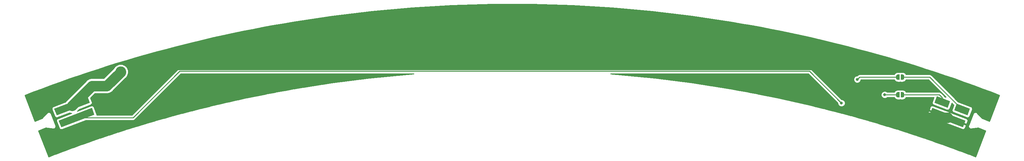
<source format=gbr>
G04 #@! TF.GenerationSoftware,KiCad,Pcbnew,(5.0.1)-4*
G04 #@! TF.CreationDate,2018-11-24T23:16:14-05:00*
G04 #@! TF.ProjectId,strutB,7374727574422E6B696361645F706362,rev?*
G04 #@! TF.SameCoordinates,Original*
G04 #@! TF.FileFunction,Copper,L1,Top,Signal*
G04 #@! TF.FilePolarity,Positive*
%FSLAX46Y46*%
G04 Gerber Fmt 4.6, Leading zero omitted, Abs format (unit mm)*
G04 Created by KiCad (PCBNEW (5.0.1)-4) date 2018-11-24 11:16:14 PM*
%MOMM*%
%LPD*%
G01*
G04 APERTURE LIST*
G04 #@! TA.AperFunction,SMDPad,CuDef*
%ADD10C,2.000000*%
G04 #@! TD*
G04 #@! TA.AperFunction,Conductor*
%ADD11C,0.100000*%
G04 #@! TD*
G04 #@! TA.AperFunction,SMDPad,CuDef*
%ADD12C,0.500000*%
G04 #@! TD*
G04 #@! TA.AperFunction,ViaPad*
%ADD13C,0.800000*%
G04 #@! TD*
G04 #@! TA.AperFunction,ViaPad*
%ADD14C,3.000000*%
G04 #@! TD*
G04 #@! TA.AperFunction,Conductor*
%ADD15C,0.250000*%
G04 #@! TD*
G04 #@! TA.AperFunction,Conductor*
%ADD16C,3.000000*%
G04 #@! TD*
G04 #@! TA.AperFunction,Conductor*
%ADD17C,0.254000*%
G04 #@! TD*
G04 APERTURE END LIST*
D10*
G04 #@! TO.P,J1,2*
G04 #@! TO.N,/Clock*
X87273526Y-151468070D03*
D11*
G04 #@! TD*
G04 #@! TO.N,/Clock*
G04 #@! TO.C,J1*
G36*
X92300692Y-150615075D02*
X82961140Y-154188976D01*
X82246360Y-152321065D01*
X91585912Y-148747164D01*
X92300692Y-150615075D01*
X92300692Y-150615075D01*
G37*
D10*
G04 #@! TO.P,J1,1*
G04 #@! TO.N,+5V*
X85986922Y-148105831D03*
D11*
G04 #@! TD*
G04 #@! TO.N,+5V*
G04 #@! TO.C,J1*
G36*
X91014088Y-147252836D02*
X81674536Y-150826737D01*
X80959756Y-148958826D01*
X90299308Y-145384925D01*
X91014088Y-147252836D01*
X91014088Y-147252836D01*
G37*
D10*
G04 #@! TO.P,J2,4*
G04 #@! TO.N,/Data_Out*
X336814944Y-149178002D03*
D11*
G04 #@! TD*
G04 #@! TO.N,/Data_Out*
G04 #@! TO.C,J2*
G36*
X335304424Y-147529267D02*
X339040245Y-148958827D01*
X338325464Y-150826737D01*
X334589643Y-149397177D01*
X335304424Y-147529267D01*
X335304424Y-147529267D01*
G37*
D10*
G04 #@! TO.P,J2,3*
G04 #@! TO.N,/Data_In*
X331211213Y-147033661D03*
D11*
G04 #@! TD*
G04 #@! TO.N,/Data_In*
G04 #@! TO.C,J2*
G36*
X329700693Y-145384926D02*
X333436514Y-146814486D01*
X332721733Y-148682396D01*
X328985912Y-147252836D01*
X329700693Y-145384926D01*
X329700693Y-145384926D01*
G37*
D10*
G04 #@! TO.P,J2,5*
G04 #@! TO.N,GND*
X332726474Y-151468070D03*
D11*
G04 #@! TD*
G04 #@! TO.N,GND*
G04 #@! TO.C,J2*
G36*
X328414088Y-148747164D02*
X337753640Y-152321065D01*
X337038860Y-154188976D01*
X327699308Y-150615075D01*
X328414088Y-148747164D01*
X328414088Y-148747164D01*
G37*
D12*
G04 #@! TO.P,JP1,1*
G04 #@! TO.N,Net-(J1-Pad3)*
X318700000Y-140000000D03*
D11*
G04 #@! TD*
G04 #@! TO.N,Net-(J1-Pad3)*
G04 #@! TO.C,JP1*
G36*
X319200000Y-140750000D02*
X318700000Y-140750000D01*
X318700000Y-140749398D01*
X318675466Y-140749398D01*
X318626635Y-140744588D01*
X318578510Y-140735016D01*
X318531555Y-140720772D01*
X318486222Y-140701995D01*
X318442949Y-140678864D01*
X318402150Y-140651604D01*
X318364221Y-140620476D01*
X318329524Y-140585779D01*
X318298396Y-140547850D01*
X318271136Y-140507051D01*
X318248005Y-140463778D01*
X318229228Y-140418445D01*
X318214984Y-140371490D01*
X318205412Y-140323365D01*
X318200602Y-140274534D01*
X318200602Y-140250000D01*
X318200000Y-140250000D01*
X318200000Y-139750000D01*
X318200602Y-139750000D01*
X318200602Y-139725466D01*
X318205412Y-139676635D01*
X318214984Y-139628510D01*
X318229228Y-139581555D01*
X318248005Y-139536222D01*
X318271136Y-139492949D01*
X318298396Y-139452150D01*
X318329524Y-139414221D01*
X318364221Y-139379524D01*
X318402150Y-139348396D01*
X318442949Y-139321136D01*
X318486222Y-139298005D01*
X318531555Y-139279228D01*
X318578510Y-139264984D01*
X318626635Y-139255412D01*
X318675466Y-139250602D01*
X318700000Y-139250602D01*
X318700000Y-139250000D01*
X319200000Y-139250000D01*
X319200000Y-140750000D01*
X319200000Y-140750000D01*
G37*
D12*
G04 #@! TO.P,JP1,2*
G04 #@! TO.N,/Data_Out*
X320000000Y-140000000D03*
D11*
G04 #@! TD*
G04 #@! TO.N,/Data_Out*
G04 #@! TO.C,JP1*
G36*
X320000000Y-139250602D02*
X320024534Y-139250602D01*
X320073365Y-139255412D01*
X320121490Y-139264984D01*
X320168445Y-139279228D01*
X320213778Y-139298005D01*
X320257051Y-139321136D01*
X320297850Y-139348396D01*
X320335779Y-139379524D01*
X320370476Y-139414221D01*
X320401604Y-139452150D01*
X320428864Y-139492949D01*
X320451995Y-139536222D01*
X320470772Y-139581555D01*
X320485016Y-139628510D01*
X320494588Y-139676635D01*
X320499398Y-139725466D01*
X320499398Y-139750000D01*
X320500000Y-139750000D01*
X320500000Y-140250000D01*
X320499398Y-140250000D01*
X320499398Y-140274534D01*
X320494588Y-140323365D01*
X320485016Y-140371490D01*
X320470772Y-140418445D01*
X320451995Y-140463778D01*
X320428864Y-140507051D01*
X320401604Y-140547850D01*
X320370476Y-140585779D01*
X320335779Y-140620476D01*
X320297850Y-140651604D01*
X320257051Y-140678864D01*
X320213778Y-140701995D01*
X320168445Y-140720772D01*
X320121490Y-140735016D01*
X320073365Y-140744588D01*
X320024534Y-140749398D01*
X320000000Y-140749398D01*
X320000000Y-140750000D01*
X319500000Y-140750000D01*
X319500000Y-139250000D01*
X320000000Y-139250000D01*
X320000000Y-139250602D01*
X320000000Y-139250602D01*
G37*
D12*
G04 #@! TO.P,JP2,2*
G04 #@! TO.N,/Data_In*
X320000000Y-145000000D03*
D11*
G04 #@! TD*
G04 #@! TO.N,/Data_In*
G04 #@! TO.C,JP2*
G36*
X320000000Y-144250602D02*
X320024534Y-144250602D01*
X320073365Y-144255412D01*
X320121490Y-144264984D01*
X320168445Y-144279228D01*
X320213778Y-144298005D01*
X320257051Y-144321136D01*
X320297850Y-144348396D01*
X320335779Y-144379524D01*
X320370476Y-144414221D01*
X320401604Y-144452150D01*
X320428864Y-144492949D01*
X320451995Y-144536222D01*
X320470772Y-144581555D01*
X320485016Y-144628510D01*
X320494588Y-144676635D01*
X320499398Y-144725466D01*
X320499398Y-144750000D01*
X320500000Y-144750000D01*
X320500000Y-145250000D01*
X320499398Y-145250000D01*
X320499398Y-145274534D01*
X320494588Y-145323365D01*
X320485016Y-145371490D01*
X320470772Y-145418445D01*
X320451995Y-145463778D01*
X320428864Y-145507051D01*
X320401604Y-145547850D01*
X320370476Y-145585779D01*
X320335779Y-145620476D01*
X320297850Y-145651604D01*
X320257051Y-145678864D01*
X320213778Y-145701995D01*
X320168445Y-145720772D01*
X320121490Y-145735016D01*
X320073365Y-145744588D01*
X320024534Y-145749398D01*
X320000000Y-145749398D01*
X320000000Y-145750000D01*
X319500000Y-145750000D01*
X319500000Y-144250000D01*
X320000000Y-144250000D01*
X320000000Y-144250602D01*
X320000000Y-144250602D01*
G37*
D12*
G04 #@! TO.P,JP2,1*
G04 #@! TO.N,Net-(J1-Pad4)*
X318700000Y-145000000D03*
D11*
G04 #@! TD*
G04 #@! TO.N,Net-(J1-Pad4)*
G04 #@! TO.C,JP2*
G36*
X319200000Y-145750000D02*
X318700000Y-145750000D01*
X318700000Y-145749398D01*
X318675466Y-145749398D01*
X318626635Y-145744588D01*
X318578510Y-145735016D01*
X318531555Y-145720772D01*
X318486222Y-145701995D01*
X318442949Y-145678864D01*
X318402150Y-145651604D01*
X318364221Y-145620476D01*
X318329524Y-145585779D01*
X318298396Y-145547850D01*
X318271136Y-145507051D01*
X318248005Y-145463778D01*
X318229228Y-145418445D01*
X318214984Y-145371490D01*
X318205412Y-145323365D01*
X318200602Y-145274534D01*
X318200602Y-145250000D01*
X318200000Y-145250000D01*
X318200000Y-144750000D01*
X318200602Y-144750000D01*
X318200602Y-144725466D01*
X318205412Y-144676635D01*
X318214984Y-144628510D01*
X318229228Y-144581555D01*
X318248005Y-144536222D01*
X318271136Y-144492949D01*
X318298396Y-144452150D01*
X318329524Y-144414221D01*
X318364221Y-144379524D01*
X318402150Y-144348396D01*
X318442949Y-144321136D01*
X318486222Y-144298005D01*
X318531555Y-144279228D01*
X318578510Y-144264984D01*
X318626635Y-144255412D01*
X318675466Y-144250602D01*
X318700000Y-144250602D01*
X318700000Y-144250000D01*
X319200000Y-144250000D01*
X319200000Y-145750000D01*
X319200000Y-145750000D01*
G37*
D13*
G04 #@! TO.N,Net-(J1-Pad4)*
X315000000Y-145000000D03*
G04 #@! TO.N,Net-(J1-Pad3)*
X307250000Y-140650000D03*
D14*
G04 #@! TO.N,GND*
X100000000Y-145000000D03*
D13*
G04 #@! TO.N,/Clock*
X302800000Y-147350000D03*
D14*
G04 #@! TO.N,+5V*
X99700000Y-138500000D03*
G04 #@! TD*
D15*
G04 #@! TO.N,Net-(J1-Pad4)*
X318700000Y-145000000D02*
X315000000Y-145000000D01*
G04 #@! TO.N,Net-(J1-Pad3)*
X318700000Y-140000000D02*
X307900000Y-140000000D01*
X307900000Y-140000000D02*
X307250000Y-140650000D01*
D16*
G04 #@! TO.N,GND*
X108505558Y-136494442D02*
X101499999Y-143500001D01*
X101499999Y-143500001D02*
X100000000Y-145000000D01*
X298386438Y-136494442D02*
X108505558Y-136494442D01*
X313360066Y-151468070D02*
X298386438Y-136494442D01*
X332726474Y-151468070D02*
X313360066Y-151468070D01*
D15*
G04 #@! TO.N,/Clock*
X116330547Y-138319453D02*
X293769453Y-138319453D01*
X293769453Y-138319453D02*
X302800000Y-147350000D01*
X87273526Y-151468070D02*
X103181930Y-151468070D01*
X103181930Y-151468070D02*
X116330547Y-138319453D01*
D16*
G04 #@! TO.N,+5V*
X85986922Y-148105831D02*
X91592753Y-142500000D01*
X91592753Y-142500000D02*
X95800000Y-142500000D01*
X95800000Y-142500000D02*
X99700000Y-138600000D01*
X99700000Y-138600000D02*
X99700000Y-138500000D01*
D15*
G04 #@! TO.N,/Data_In*
X320600000Y-145000000D02*
X320000000Y-145000000D01*
X330348267Y-145000000D02*
X320600000Y-145000000D01*
X331211213Y-145862946D02*
X330348267Y-145000000D01*
X331211213Y-147033661D02*
X331211213Y-145862946D01*
G04 #@! TO.N,/Data_Out*
X336814944Y-149178002D02*
X327636942Y-140000000D01*
X327636942Y-140000000D02*
X320000000Y-140000000D01*
G04 #@! TD*
D17*
G04 #@! TO.N,GND*
G36*
X212824156Y-119329983D02*
X215649532Y-119369917D01*
X218466018Y-119419855D01*
X221290215Y-119489712D01*
X224115483Y-119589545D01*
X226930837Y-119699364D01*
X229754925Y-119839071D01*
X232570358Y-119998812D01*
X235385753Y-120178519D01*
X238211148Y-120378193D01*
X241026207Y-120597808D01*
X243830442Y-120837316D01*
X246645735Y-121106864D01*
X249451029Y-121386395D01*
X252256431Y-121695887D01*
X255061904Y-122015372D01*
X257865967Y-122364633D01*
X260661406Y-122734030D01*
X263466578Y-123123359D01*
X266251850Y-123532664D01*
X269047433Y-123961986D01*
X271832671Y-124411218D01*
X274616847Y-124880238D01*
X277391961Y-125379359D01*
X280167539Y-125888548D01*
X282943033Y-126427673D01*
X285708044Y-126976683D01*
X288473724Y-127555778D01*
X291238939Y-128144760D01*
X293992843Y-128763390D01*
X296738215Y-129402313D01*
X299483829Y-130061261D01*
X302229076Y-130740086D01*
X304964143Y-131438825D01*
X307689592Y-132157625D01*
X310415155Y-132896422D01*
X313140483Y-133655122D01*
X315855536Y-134433703D01*
X318560615Y-135232249D01*
X321256054Y-136050864D01*
X323950756Y-136889216D01*
X326645901Y-137757651D01*
X329322358Y-138636488D01*
X332007839Y-139534976D01*
X334672896Y-140453274D01*
X337337355Y-141391323D01*
X339992459Y-142359537D01*
X342638668Y-143338136D01*
X345274283Y-144336475D01*
X347298289Y-145118478D01*
X344479544Y-152478062D01*
X342441467Y-151699226D01*
X341064984Y-150195124D01*
X341013241Y-150121900D01*
X340921868Y-150064241D01*
X340834783Y-150000302D01*
X340811482Y-149994584D01*
X340791191Y-149981780D01*
X340684710Y-149963477D01*
X340579784Y-149937730D01*
X340556069Y-149941365D01*
X340532422Y-149937300D01*
X340427038Y-149961140D01*
X340320251Y-149977506D01*
X340299733Y-149989939D01*
X340276329Y-149995233D01*
X340188090Y-150057587D01*
X340095694Y-150113573D01*
X340081495Y-150132912D01*
X340061900Y-150146759D01*
X340004236Y-150238139D01*
X339940302Y-150325217D01*
X339918937Y-150412285D01*
X338658549Y-153695157D01*
X338616015Y-153774764D01*
X338605502Y-153881684D01*
X338587300Y-153987577D01*
X338592730Y-154011579D01*
X338590322Y-154036066D01*
X338621525Y-154138869D01*
X338645233Y-154243670D01*
X338659435Y-154263767D01*
X338666581Y-154287312D01*
X338734753Y-154370352D01*
X338796759Y-154458099D01*
X338817569Y-154471231D01*
X338833183Y-154490250D01*
X338927946Y-154540882D01*
X339018809Y-154598220D01*
X339043060Y-154602389D01*
X339064764Y-154613985D01*
X339171690Y-154624499D01*
X339277577Y-154642700D01*
X339365615Y-154622784D01*
X341399847Y-154422097D01*
X343437661Y-155200834D01*
X340620510Y-162564819D01*
X338796772Y-161857210D01*
X338794421Y-161855742D01*
X338736008Y-161833634D01*
X338678138Y-161811180D01*
X338675425Y-161810704D01*
X336282247Y-160904921D01*
X336280261Y-160903700D01*
X336221378Y-160881883D01*
X336162832Y-160859724D01*
X336160540Y-160859341D01*
X333767672Y-159972742D01*
X333765303Y-159971312D01*
X333706657Y-159950134D01*
X333648354Y-159928532D01*
X333645629Y-159928097D01*
X331243811Y-159060774D01*
X331242446Y-159059959D01*
X331182618Y-159038676D01*
X331123026Y-159017157D01*
X331121458Y-159016920D01*
X328708757Y-158158647D01*
X328705361Y-158156674D01*
X328647453Y-158136839D01*
X328589959Y-158116387D01*
X328586085Y-158115820D01*
X326164253Y-157286296D01*
X326163230Y-157285706D01*
X326102472Y-157265134D01*
X326042369Y-157244548D01*
X326041210Y-157244392D01*
X323620631Y-156424828D01*
X323618235Y-156423473D01*
X323558975Y-156403952D01*
X323500091Y-156384015D01*
X323497371Y-156383659D01*
X321065992Y-155582734D01*
X321063927Y-155581586D01*
X321004259Y-155562399D01*
X320944757Y-155542798D01*
X320942413Y-155542511D01*
X318510190Y-154760385D01*
X318506728Y-154758513D01*
X318448260Y-154740470D01*
X318390163Y-154721788D01*
X318386263Y-154721338D01*
X315945254Y-153968059D01*
X315943879Y-153967324D01*
X315882837Y-153948798D01*
X315822503Y-153930179D01*
X315820968Y-153930020D01*
X313372745Y-153186981D01*
X313371692Y-153186423D01*
X313310335Y-153168040D01*
X313249476Y-153149569D01*
X313248298Y-153149453D01*
X310797941Y-152415300D01*
X310794449Y-152413501D01*
X310735609Y-152396625D01*
X310677155Y-152379111D01*
X310673257Y-152378741D01*
X308212155Y-151672845D01*
X308210018Y-151671763D01*
X308149571Y-151654894D01*
X308089481Y-151637659D01*
X308087103Y-151637461D01*
X305627394Y-150951031D01*
X305624951Y-150949820D01*
X305564766Y-150933554D01*
X305504796Y-150916818D01*
X305502080Y-150916612D01*
X303983181Y-150506099D01*
X327061105Y-150506099D01*
X327067982Y-150758624D01*
X327170972Y-150989295D01*
X327354397Y-151162994D01*
X327590332Y-151253278D01*
X331875263Y-152892963D01*
X331876949Y-152892210D01*
X332317489Y-152892210D01*
X332409019Y-153097211D01*
X336693950Y-154736896D01*
X336929885Y-154827179D01*
X337182410Y-154820302D01*
X337413081Y-154717310D01*
X337586780Y-154533885D01*
X337887187Y-153748841D01*
X337795658Y-153543840D01*
X332799698Y-151632071D01*
X332317489Y-152892210D01*
X331876949Y-152892210D01*
X332080265Y-152801433D01*
X332562473Y-151541294D01*
X332179766Y-151394846D01*
X332890475Y-151394846D01*
X337886435Y-153306615D01*
X338091436Y-153215086D01*
X338391843Y-152430041D01*
X338384966Y-152177516D01*
X338281976Y-151946845D01*
X338098551Y-151773146D01*
X337862616Y-151682862D01*
X333577685Y-150043177D01*
X333372683Y-150134707D01*
X332890475Y-151394846D01*
X332179766Y-151394846D01*
X327566513Y-149629525D01*
X327361512Y-149721054D01*
X327061105Y-150506099D01*
X303983181Y-150506099D01*
X303033800Y-150249510D01*
X303032716Y-150248977D01*
X302970654Y-150232443D01*
X302909448Y-150215901D01*
X302908259Y-150215820D01*
X300438937Y-149557972D01*
X300435393Y-149556282D01*
X300376038Y-149541215D01*
X300317091Y-149525511D01*
X300313188Y-149525261D01*
X298981822Y-149187299D01*
X327565761Y-149187299D01*
X327657290Y-149392300D01*
X332653250Y-151304069D01*
X333135459Y-150043930D01*
X333043929Y-149838929D01*
X328758998Y-148199244D01*
X328523063Y-148108961D01*
X328270538Y-148115838D01*
X328039867Y-148218830D01*
X327866168Y-148402255D01*
X327565761Y-149187299D01*
X298981822Y-149187299D01*
X297833058Y-148895690D01*
X297830871Y-148894667D01*
X297770003Y-148879684D01*
X297709383Y-148864296D01*
X297706978Y-148864170D01*
X295229416Y-148254310D01*
X295228050Y-148253678D01*
X295166152Y-148238737D01*
X295104633Y-148223594D01*
X295103137Y-148223527D01*
X292615705Y-147623112D01*
X292613502Y-147622113D01*
X292552462Y-147607847D01*
X292491674Y-147593174D01*
X292489263Y-147593076D01*
X289999699Y-147011225D01*
X289996120Y-147009651D01*
X289936406Y-146996432D01*
X289876907Y-146982526D01*
X289873003Y-146982396D01*
X287374935Y-146429390D01*
X287373822Y-146428905D01*
X287311426Y-146415330D01*
X287249186Y-146401552D01*
X287247974Y-146401526D01*
X284751197Y-145858334D01*
X284748726Y-145857282D01*
X284687707Y-145844521D01*
X284626788Y-145831268D01*
X284624102Y-145831220D01*
X282115156Y-145306535D01*
X282111784Y-145305143D01*
X282051549Y-145293233D01*
X281991473Y-145280670D01*
X281987826Y-145280634D01*
X279480589Y-144784907D01*
X279479458Y-144784445D01*
X279416724Y-144772280D01*
X279354247Y-144759927D01*
X279353029Y-144759928D01*
X276846833Y-144273936D01*
X276844353Y-144272946D01*
X276783077Y-144261573D01*
X276721830Y-144249696D01*
X276719157Y-144249709D01*
X274201953Y-143782500D01*
X274199678Y-143781611D01*
X274138055Y-143770640D01*
X274076531Y-143759221D01*
X274074089Y-143759252D01*
X271557266Y-143311181D01*
X271554979Y-143310307D01*
X271493302Y-143299794D01*
X271431684Y-143288824D01*
X271429235Y-143288873D01*
X268912361Y-142859861D01*
X268909875Y-142858933D01*
X268848326Y-142848946D01*
X268786821Y-142838462D01*
X268784167Y-142838535D01*
X266256245Y-142428344D01*
X266252782Y-142427095D01*
X266192089Y-142417934D01*
X266131547Y-142408110D01*
X266127871Y-142408241D01*
X263601565Y-142026911D01*
X263600406Y-142026498D01*
X263537260Y-142017205D01*
X263474231Y-142007691D01*
X263473003Y-142007748D01*
X260947798Y-141636114D01*
X260945312Y-141635250D01*
X260883581Y-141626663D01*
X260821786Y-141617569D01*
X260819152Y-141617701D01*
X258282876Y-141264911D01*
X258280547Y-141264121D01*
X258218516Y-141255959D01*
X258156545Y-141247339D01*
X258154090Y-141247482D01*
X255618103Y-140913799D01*
X255615765Y-140913025D01*
X255553699Y-140905325D01*
X255491652Y-140897161D01*
X255489192Y-140897322D01*
X252953317Y-140582721D01*
X252950966Y-140581962D01*
X252888788Y-140574716D01*
X252826748Y-140567019D01*
X252824288Y-140567199D01*
X250288379Y-140271661D01*
X250285889Y-140270878D01*
X250223756Y-140264129D01*
X250161834Y-140256913D01*
X250159238Y-140257122D01*
X247613435Y-139980611D01*
X247611076Y-139979889D01*
X247548839Y-139973595D01*
X247486643Y-139966840D01*
X247484185Y-139967057D01*
X244938613Y-139709640D01*
X244936248Y-139708935D01*
X244874062Y-139703112D01*
X244811729Y-139696809D01*
X244809265Y-139697045D01*
X242263782Y-139458704D01*
X242261407Y-139458015D01*
X242199130Y-139452650D01*
X242136809Y-139446815D01*
X242134346Y-139447070D01*
X239588940Y-139227802D01*
X239586553Y-139227129D01*
X239524149Y-139222221D01*
X239461882Y-139216857D01*
X239459421Y-139217130D01*
X237708953Y-139079453D01*
X293454652Y-139079453D01*
X301765000Y-147389802D01*
X301765000Y-147555874D01*
X301922569Y-147936280D01*
X302213720Y-148227431D01*
X302594126Y-148385000D01*
X303005874Y-148385000D01*
X303386280Y-148227431D01*
X303677431Y-147936280D01*
X303835000Y-147555874D01*
X303835000Y-147144126D01*
X303677431Y-146763720D01*
X303386280Y-146472569D01*
X303005874Y-146315000D01*
X302839802Y-146315000D01*
X296968928Y-140444126D01*
X306215000Y-140444126D01*
X306215000Y-140855874D01*
X306372569Y-141236280D01*
X306663720Y-141527431D01*
X307044126Y-141685000D01*
X307455874Y-141685000D01*
X307836280Y-141527431D01*
X308127431Y-141236280D01*
X308285000Y-140855874D01*
X308285000Y-140760000D01*
X317675067Y-140760000D01*
X317720713Y-140845397D01*
X317775169Y-140926896D01*
X317855686Y-141025006D01*
X317924994Y-141094314D01*
X318023104Y-141174831D01*
X318104603Y-141229287D01*
X318216540Y-141289119D01*
X318307096Y-141326628D01*
X318428549Y-141363470D01*
X318524682Y-141382592D01*
X318650991Y-141395032D01*
X318687894Y-141395032D01*
X318700000Y-141397440D01*
X319200000Y-141397440D01*
X319350000Y-141367603D01*
X319500000Y-141397440D01*
X320000000Y-141397440D01*
X320012106Y-141395032D01*
X320049009Y-141395032D01*
X320175318Y-141382592D01*
X320271451Y-141363470D01*
X320392904Y-141326628D01*
X320483460Y-141289119D01*
X320595397Y-141229287D01*
X320676896Y-141174831D01*
X320775006Y-141094314D01*
X320844314Y-141025006D01*
X320924831Y-140926896D01*
X320979287Y-140845397D01*
X321024933Y-140760000D01*
X327322141Y-140760000D01*
X332216578Y-145654438D01*
X331906706Y-145535861D01*
X331759142Y-145315017D01*
X331695686Y-145272617D01*
X330938598Y-144515530D01*
X330896196Y-144452071D01*
X330644804Y-144284096D01*
X330423119Y-144240000D01*
X330423114Y-144240000D01*
X330348267Y-144225112D01*
X330273420Y-144240000D01*
X321024933Y-144240000D01*
X320979287Y-144154603D01*
X320924831Y-144073104D01*
X320844314Y-143974994D01*
X320775006Y-143905686D01*
X320676896Y-143825169D01*
X320595397Y-143770713D01*
X320483460Y-143710881D01*
X320392904Y-143673372D01*
X320271451Y-143636530D01*
X320175318Y-143617408D01*
X320049009Y-143604968D01*
X320012106Y-143604968D01*
X320000000Y-143602560D01*
X319500000Y-143602560D01*
X319350000Y-143632397D01*
X319200000Y-143602560D01*
X318700000Y-143602560D01*
X318687894Y-143604968D01*
X318650991Y-143604968D01*
X318524682Y-143617408D01*
X318428549Y-143636530D01*
X318307096Y-143673372D01*
X318216540Y-143710881D01*
X318104603Y-143770713D01*
X318023104Y-143825169D01*
X317924994Y-143905686D01*
X317855686Y-143974994D01*
X317775169Y-144073104D01*
X317720713Y-144154603D01*
X317675067Y-144240000D01*
X315703711Y-144240000D01*
X315586280Y-144122569D01*
X315205874Y-143965000D01*
X314794126Y-143965000D01*
X314413720Y-144122569D01*
X314122569Y-144413720D01*
X313965000Y-144794126D01*
X313965000Y-145205874D01*
X314122569Y-145586280D01*
X314413720Y-145877431D01*
X314794126Y-146035000D01*
X315205874Y-146035000D01*
X315586280Y-145877431D01*
X315703711Y-145760000D01*
X317675067Y-145760000D01*
X317720713Y-145845397D01*
X317775169Y-145926896D01*
X317855686Y-146025006D01*
X317924994Y-146094314D01*
X318023104Y-146174831D01*
X318104603Y-146229287D01*
X318216540Y-146289119D01*
X318307096Y-146326628D01*
X318428549Y-146363470D01*
X318524682Y-146382592D01*
X318650991Y-146395032D01*
X318687894Y-146395032D01*
X318700000Y-146397440D01*
X319200000Y-146397440D01*
X319350000Y-146367603D01*
X319500000Y-146397440D01*
X320000000Y-146397440D01*
X320012106Y-146395032D01*
X320049009Y-146395032D01*
X320175318Y-146382592D01*
X320271451Y-146363470D01*
X320392904Y-146326628D01*
X320483460Y-146289119D01*
X320595397Y-146229287D01*
X320676896Y-146174831D01*
X320775006Y-146094314D01*
X320844314Y-146025006D01*
X320924831Y-145926896D01*
X320979287Y-145845397D01*
X321024933Y-145760000D01*
X328863942Y-145760000D01*
X328381232Y-147021447D01*
X328338712Y-147270462D01*
X328394722Y-147516793D01*
X328540736Y-147722939D01*
X328754523Y-147857516D01*
X332490344Y-149287076D01*
X332739358Y-149329596D01*
X332985690Y-149273586D01*
X333191836Y-149127572D01*
X333326413Y-148913785D01*
X333921308Y-147359168D01*
X334467343Y-147905203D01*
X333984963Y-149165788D01*
X333942443Y-149414803D01*
X333998453Y-149661134D01*
X334144467Y-149867280D01*
X334358254Y-150001857D01*
X338094075Y-151431417D01*
X338343089Y-151473937D01*
X338589421Y-151417927D01*
X338795567Y-151271913D01*
X338930144Y-151058126D01*
X339644925Y-149190216D01*
X339687445Y-148941201D01*
X339631435Y-148694870D01*
X339485421Y-148488724D01*
X339271634Y-148354147D01*
X335698638Y-146986894D01*
X328227273Y-139515530D01*
X328184871Y-139452071D01*
X327933479Y-139284096D01*
X327711794Y-139240000D01*
X327711789Y-139240000D01*
X327636942Y-139225112D01*
X327562095Y-139240000D01*
X321024933Y-139240000D01*
X320979287Y-139154603D01*
X320924831Y-139073104D01*
X320844314Y-138974994D01*
X320775006Y-138905686D01*
X320676896Y-138825169D01*
X320595397Y-138770713D01*
X320483460Y-138710881D01*
X320392904Y-138673372D01*
X320271451Y-138636530D01*
X320175318Y-138617408D01*
X320049009Y-138604968D01*
X320012106Y-138604968D01*
X320000000Y-138602560D01*
X319500000Y-138602560D01*
X319350000Y-138632397D01*
X319200000Y-138602560D01*
X318700000Y-138602560D01*
X318687894Y-138604968D01*
X318650991Y-138604968D01*
X318524682Y-138617408D01*
X318428549Y-138636530D01*
X318307096Y-138673372D01*
X318216540Y-138710881D01*
X318104603Y-138770713D01*
X318023104Y-138825169D01*
X317924994Y-138905686D01*
X317855686Y-138974994D01*
X317775169Y-139073104D01*
X317720713Y-139154603D01*
X317675067Y-139240000D01*
X307974848Y-139240000D01*
X307900000Y-139225112D01*
X307825152Y-139240000D01*
X307825148Y-139240000D01*
X307651605Y-139274520D01*
X307603462Y-139284096D01*
X307473872Y-139370686D01*
X307352071Y-139452071D01*
X307309671Y-139515527D01*
X307210198Y-139615000D01*
X307044126Y-139615000D01*
X306663720Y-139772569D01*
X306372569Y-140063720D01*
X306215000Y-140444126D01*
X296968928Y-140444126D01*
X294359784Y-137834983D01*
X294317382Y-137771524D01*
X294065990Y-137603549D01*
X293844305Y-137559453D01*
X293844300Y-137559453D01*
X293769453Y-137544565D01*
X293694606Y-137559453D01*
X116405393Y-137559453D01*
X116330546Y-137544565D01*
X116255699Y-137559453D01*
X116255695Y-137559453D01*
X116034010Y-137603549D01*
X115971449Y-137645351D01*
X115846073Y-137729124D01*
X115846071Y-137729126D01*
X115782618Y-137771524D01*
X115740220Y-137834977D01*
X102867129Y-150708070D01*
X92930755Y-150708070D01*
X92947892Y-150632701D01*
X92905372Y-150383686D01*
X92190592Y-148515775D01*
X92056015Y-148301988D01*
X91849869Y-148155974D01*
X91603538Y-148099964D01*
X91354523Y-148142484D01*
X87491302Y-149620796D01*
X88020504Y-149091594D01*
X91245477Y-147857516D01*
X91459264Y-147722939D01*
X91605278Y-147516793D01*
X91661288Y-147270462D01*
X91618768Y-147021447D01*
X91195850Y-145916249D01*
X92477099Y-144635000D01*
X95589725Y-144635000D01*
X95800000Y-144676826D01*
X96010275Y-144635000D01*
X96010279Y-144635000D01*
X96633036Y-144511126D01*
X97339249Y-144039249D01*
X97458364Y-143860981D01*
X101060984Y-140258362D01*
X101239249Y-140139249D01*
X101711126Y-139433036D01*
X101791221Y-139030369D01*
X101835000Y-138924678D01*
X101835000Y-138810275D01*
X101876826Y-138600000D01*
X101835000Y-138389725D01*
X101835000Y-138075322D01*
X101752953Y-137877242D01*
X101711126Y-137666965D01*
X101592014Y-137488701D01*
X101509966Y-137290620D01*
X101358362Y-137139016D01*
X101239249Y-136960751D01*
X101060984Y-136841638D01*
X100909380Y-136690034D01*
X100711301Y-136607987D01*
X100533036Y-136488874D01*
X100322757Y-136447047D01*
X100124678Y-136365000D01*
X99910279Y-136365000D01*
X99700000Y-136323173D01*
X99489722Y-136365000D01*
X99275322Y-136365000D01*
X99077242Y-136447047D01*
X98866965Y-136488874D01*
X98688701Y-136607986D01*
X98490620Y-136690034D01*
X98339016Y-136841638D01*
X98160751Y-136960751D01*
X98041638Y-137139016D01*
X97890034Y-137290620D01*
X97819323Y-137461331D01*
X94915655Y-140365000D01*
X91803027Y-140365000D01*
X91592752Y-140323174D01*
X91382477Y-140365000D01*
X91382474Y-140365000D01*
X90759717Y-140488874D01*
X90053504Y-140960751D01*
X89934391Y-141139016D01*
X84328560Y-146744848D01*
X84120616Y-147056058D01*
X80728367Y-148354146D01*
X80514580Y-148488723D01*
X80368566Y-148694869D01*
X80312556Y-148941200D01*
X80355076Y-149190215D01*
X81069856Y-151058126D01*
X81204433Y-151271913D01*
X81410579Y-151417927D01*
X81656910Y-151473937D01*
X81905925Y-151431417D01*
X85276976Y-150141441D01*
X85838720Y-150253178D01*
X82014971Y-151716385D01*
X81801184Y-151850962D01*
X81655170Y-152057108D01*
X81599160Y-152303439D01*
X81641680Y-152552454D01*
X82356460Y-154420365D01*
X82491037Y-154634152D01*
X82697183Y-154780166D01*
X82943514Y-154836176D01*
X83192529Y-154793656D01*
X89897086Y-152228070D01*
X103107083Y-152228070D01*
X103181930Y-152242958D01*
X103256777Y-152228070D01*
X103256782Y-152228070D01*
X103478467Y-152183974D01*
X103729859Y-152015999D01*
X103772261Y-151952540D01*
X116645350Y-139079453D01*
X182297829Y-139079453D01*
X180540676Y-139217141D01*
X180538118Y-139216857D01*
X180475946Y-139222213D01*
X180413638Y-139227095D01*
X180411157Y-139227794D01*
X177865654Y-139447070D01*
X177863191Y-139446815D01*
X177800870Y-139452650D01*
X177738593Y-139458015D01*
X177736218Y-139458704D01*
X175190734Y-139697045D01*
X175188270Y-139696809D01*
X175125925Y-139703114D01*
X175063752Y-139708935D01*
X175061388Y-139709640D01*
X172515680Y-139967071D01*
X172513089Y-139966843D01*
X172451057Y-139973606D01*
X172388924Y-139979889D01*
X172386435Y-139980651D01*
X169850770Y-140257096D01*
X169848451Y-140256908D01*
X169786242Y-140264131D01*
X169723849Y-140270933D01*
X169721625Y-140271633D01*
X167175853Y-140567209D01*
X167173251Y-140567019D01*
X167111380Y-140574695D01*
X167049313Y-140581901D01*
X167046824Y-140582704D01*
X164510808Y-140897322D01*
X164508348Y-140897161D01*
X164446302Y-140905325D01*
X164384235Y-140913025D01*
X164381897Y-140913799D01*
X161845910Y-141247482D01*
X161843454Y-141247339D01*
X161781466Y-141255961D01*
X161719453Y-141264121D01*
X161717125Y-141264911D01*
X159182067Y-141617532D01*
X159180661Y-141617456D01*
X159117515Y-141626511D01*
X159054688Y-141635250D01*
X159053366Y-141635710D01*
X156527010Y-141997980D01*
X156523325Y-141997822D01*
X156462692Y-142007203D01*
X156401972Y-142015910D01*
X156398494Y-142017135D01*
X153870904Y-142408197D01*
X153868451Y-142408110D01*
X153806620Y-142418143D01*
X153744849Y-142427700D01*
X153742548Y-142428540D01*
X151215833Y-142838535D01*
X151213178Y-142838462D01*
X151151655Y-142848949D01*
X151090125Y-142858933D01*
X151087640Y-142859861D01*
X148570765Y-143288873D01*
X148568315Y-143288824D01*
X148506676Y-143299798D01*
X148445021Y-143310307D01*
X148442735Y-143311181D01*
X145925912Y-143759252D01*
X145923468Y-143759221D01*
X145861898Y-143770649D01*
X145800323Y-143781611D01*
X145798049Y-143782499D01*
X143280842Y-144249709D01*
X143278169Y-144249696D01*
X143216922Y-144261573D01*
X143155646Y-144272946D01*
X143153166Y-144273936D01*
X140646971Y-144759928D01*
X140645752Y-144759927D01*
X140583227Y-144772289D01*
X140520542Y-144784445D01*
X140519412Y-144784907D01*
X138012174Y-145280634D01*
X138008526Y-145280670D01*
X137948433Y-145293237D01*
X137888216Y-145305143D01*
X137884845Y-145306535D01*
X135375898Y-145831220D01*
X135373211Y-145831268D01*
X135312268Y-145844527D01*
X135251274Y-145857282D01*
X135248804Y-145858334D01*
X132752026Y-146401526D01*
X132750813Y-146401552D01*
X132688520Y-146415342D01*
X132626178Y-146428905D01*
X132625066Y-146429389D01*
X130126998Y-146982396D01*
X130123092Y-146982526D01*
X130063558Y-146996440D01*
X130003881Y-147009651D01*
X130000304Y-147011224D01*
X127511913Y-147592801D01*
X127510705Y-147592846D01*
X127448649Y-147607587D01*
X127386498Y-147622113D01*
X127385396Y-147622613D01*
X124896900Y-148213751D01*
X124892988Y-148213941D01*
X124833649Y-148228776D01*
X124774220Y-148242893D01*
X124770664Y-148244522D01*
X122291821Y-148864233D01*
X122290617Y-148864296D01*
X122228739Y-148880003D01*
X122166865Y-148895472D01*
X122165776Y-148895986D01*
X119686818Y-149525260D01*
X119682908Y-149525511D01*
X119623846Y-149541246D01*
X119564608Y-149556283D01*
X119561071Y-149557969D01*
X117091746Y-150215820D01*
X117090552Y-150215901D01*
X117029100Y-150232510D01*
X116967284Y-150248978D01*
X116966204Y-150249508D01*
X114497925Y-150916611D01*
X114495203Y-150916818D01*
X114435095Y-150933592D01*
X114375049Y-150949821D01*
X114372611Y-150951030D01*
X111912903Y-151637461D01*
X111910518Y-151637659D01*
X111850235Y-151654950D01*
X111789983Y-151671764D01*
X111787853Y-151672842D01*
X109327891Y-152378412D01*
X109325171Y-152378661D01*
X109265452Y-152396321D01*
X109205551Y-152413502D01*
X109203122Y-152414753D01*
X106752891Y-153139335D01*
X106750523Y-153139569D01*
X106690552Y-153157770D01*
X106630503Y-153175528D01*
X106628398Y-153176634D01*
X104177904Y-153920364D01*
X104175182Y-153920655D01*
X104115718Y-153939238D01*
X104056122Y-153957325D01*
X104053709Y-153958615D01*
X101612561Y-154721474D01*
X101609836Y-154721788D01*
X101550573Y-154740845D01*
X101491095Y-154759432D01*
X101488684Y-154760747D01*
X99057591Y-155542510D01*
X99055242Y-155542798D01*
X98995618Y-155562439D01*
X98936072Y-155581587D01*
X98934011Y-155582733D01*
X96502633Y-156383658D01*
X96499907Y-156384015D01*
X96440884Y-156403999D01*
X96381764Y-156423474D01*
X96379373Y-156424826D01*
X93958794Y-157244392D01*
X93957630Y-157244548D01*
X93897289Y-157265216D01*
X93836769Y-157285707D01*
X93835750Y-157286294D01*
X91413526Y-158115954D01*
X91409233Y-158116588D01*
X91352044Y-158137013D01*
X91294639Y-158156675D01*
X91290889Y-158158854D01*
X88888527Y-159016841D01*
X88887785Y-159016952D01*
X88827269Y-159038719D01*
X88766802Y-159060314D01*
X88766159Y-159060699D01*
X86354790Y-159928029D01*
X86351645Y-159928532D01*
X86293622Y-159950030D01*
X86235453Y-159970953D01*
X86232726Y-159972593D01*
X83839461Y-160859341D01*
X83837167Y-160859724D01*
X83778579Y-160881899D01*
X83719739Y-160903700D01*
X83717755Y-160904920D01*
X81324580Y-161810703D01*
X81321861Y-161811180D01*
X81263852Y-161833687D01*
X81205579Y-161855743D01*
X81203234Y-161857207D01*
X79379491Y-162564820D01*
X76562338Y-155200834D01*
X78600154Y-154422098D01*
X80634384Y-154622784D01*
X80722422Y-154642700D01*
X80828309Y-154624499D01*
X80935237Y-154613985D01*
X80956941Y-154602388D01*
X80981191Y-154598220D01*
X81072053Y-154540884D01*
X81166818Y-154490250D01*
X81182431Y-154471232D01*
X81203241Y-154458100D01*
X81265248Y-154370352D01*
X81333419Y-154287312D01*
X81340566Y-154263767D01*
X81354767Y-154243670D01*
X81378473Y-154138879D01*
X81409679Y-154036067D01*
X81407271Y-154011577D01*
X81412700Y-153987577D01*
X81394499Y-153881688D01*
X81383985Y-153774763D01*
X81341451Y-153695157D01*
X80081063Y-150412289D01*
X80059698Y-150325217D01*
X79995757Y-150238129D01*
X79938099Y-150146759D01*
X79918506Y-150132914D01*
X79904306Y-150113573D01*
X79811903Y-150057583D01*
X79723670Y-149995233D01*
X79700268Y-149989939D01*
X79679749Y-149977506D01*
X79572966Y-149961141D01*
X79467577Y-149937300D01*
X79443928Y-149941365D01*
X79420215Y-149937731D01*
X79315295Y-149963476D01*
X79208809Y-149981780D01*
X79188518Y-149994584D01*
X79165216Y-150000302D01*
X79078119Y-150064250D01*
X78986759Y-150121901D01*
X78935021Y-150195118D01*
X77558536Y-151699224D01*
X75520457Y-152478062D01*
X72701710Y-145118478D01*
X74725840Y-144336429D01*
X77361083Y-143338231D01*
X80017624Y-142359506D01*
X82663110Y-141391159D01*
X85327190Y-140453244D01*
X87992290Y-139534933D01*
X90677846Y-138636421D01*
X93354305Y-137757585D01*
X96049357Y-136889180D01*
X98744115Y-136050812D01*
X101439495Y-135232217D01*
X104144610Y-134433661D01*
X106859662Y-133655081D01*
X109585012Y-132896377D01*
X112310608Y-132157572D01*
X115036001Y-131438788D01*
X117771098Y-130740042D01*
X120516333Y-130061222D01*
X123261947Y-129402275D01*
X126007304Y-128763357D01*
X128761078Y-128144756D01*
X131526330Y-127555766D01*
X134291992Y-126976675D01*
X137057054Y-126427656D01*
X139832493Y-125888542D01*
X142608135Y-125379342D01*
X145383167Y-124880235D01*
X148167373Y-124411211D01*
X150952584Y-123961983D01*
X153747856Y-123532709D01*
X156543423Y-123123358D01*
X159338830Y-122733998D01*
X162134048Y-122364631D01*
X164938106Y-122015371D01*
X167743599Y-121695884D01*
X170548980Y-121386394D01*
X173354290Y-121106862D01*
X176169492Y-120837322D01*
X178983684Y-120597817D01*
X181788963Y-120378185D01*
X184614238Y-120178519D01*
X187429642Y-119998812D01*
X190245067Y-119839072D01*
X193069168Y-119699364D01*
X195884527Y-119589544D01*
X198709785Y-119489712D01*
X201533982Y-119419855D01*
X204350459Y-119369917D01*
X207175844Y-119329983D01*
X210000000Y-119320004D01*
X212824156Y-119329983D01*
X212824156Y-119329983D01*
G37*
X212824156Y-119329983D02*
X215649532Y-119369917D01*
X218466018Y-119419855D01*
X221290215Y-119489712D01*
X224115483Y-119589545D01*
X226930837Y-119699364D01*
X229754925Y-119839071D01*
X232570358Y-119998812D01*
X235385753Y-120178519D01*
X238211148Y-120378193D01*
X241026207Y-120597808D01*
X243830442Y-120837316D01*
X246645735Y-121106864D01*
X249451029Y-121386395D01*
X252256431Y-121695887D01*
X255061904Y-122015372D01*
X257865967Y-122364633D01*
X260661406Y-122734030D01*
X263466578Y-123123359D01*
X266251850Y-123532664D01*
X269047433Y-123961986D01*
X271832671Y-124411218D01*
X274616847Y-124880238D01*
X277391961Y-125379359D01*
X280167539Y-125888548D01*
X282943033Y-126427673D01*
X285708044Y-126976683D01*
X288473724Y-127555778D01*
X291238939Y-128144760D01*
X293992843Y-128763390D01*
X296738215Y-129402313D01*
X299483829Y-130061261D01*
X302229076Y-130740086D01*
X304964143Y-131438825D01*
X307689592Y-132157625D01*
X310415155Y-132896422D01*
X313140483Y-133655122D01*
X315855536Y-134433703D01*
X318560615Y-135232249D01*
X321256054Y-136050864D01*
X323950756Y-136889216D01*
X326645901Y-137757651D01*
X329322358Y-138636488D01*
X332007839Y-139534976D01*
X334672896Y-140453274D01*
X337337355Y-141391323D01*
X339992459Y-142359537D01*
X342638668Y-143338136D01*
X345274283Y-144336475D01*
X347298289Y-145118478D01*
X344479544Y-152478062D01*
X342441467Y-151699226D01*
X341064984Y-150195124D01*
X341013241Y-150121900D01*
X340921868Y-150064241D01*
X340834783Y-150000302D01*
X340811482Y-149994584D01*
X340791191Y-149981780D01*
X340684710Y-149963477D01*
X340579784Y-149937730D01*
X340556069Y-149941365D01*
X340532422Y-149937300D01*
X340427038Y-149961140D01*
X340320251Y-149977506D01*
X340299733Y-149989939D01*
X340276329Y-149995233D01*
X340188090Y-150057587D01*
X340095694Y-150113573D01*
X340081495Y-150132912D01*
X340061900Y-150146759D01*
X340004236Y-150238139D01*
X339940302Y-150325217D01*
X339918937Y-150412285D01*
X338658549Y-153695157D01*
X338616015Y-153774764D01*
X338605502Y-153881684D01*
X338587300Y-153987577D01*
X338592730Y-154011579D01*
X338590322Y-154036066D01*
X338621525Y-154138869D01*
X338645233Y-154243670D01*
X338659435Y-154263767D01*
X338666581Y-154287312D01*
X338734753Y-154370352D01*
X338796759Y-154458099D01*
X338817569Y-154471231D01*
X338833183Y-154490250D01*
X338927946Y-154540882D01*
X339018809Y-154598220D01*
X339043060Y-154602389D01*
X339064764Y-154613985D01*
X339171690Y-154624499D01*
X339277577Y-154642700D01*
X339365615Y-154622784D01*
X341399847Y-154422097D01*
X343437661Y-155200834D01*
X340620510Y-162564819D01*
X338796772Y-161857210D01*
X338794421Y-161855742D01*
X338736008Y-161833634D01*
X338678138Y-161811180D01*
X338675425Y-161810704D01*
X336282247Y-160904921D01*
X336280261Y-160903700D01*
X336221378Y-160881883D01*
X336162832Y-160859724D01*
X336160540Y-160859341D01*
X333767672Y-159972742D01*
X333765303Y-159971312D01*
X333706657Y-159950134D01*
X333648354Y-159928532D01*
X333645629Y-159928097D01*
X331243811Y-159060774D01*
X331242446Y-159059959D01*
X331182618Y-159038676D01*
X331123026Y-159017157D01*
X331121458Y-159016920D01*
X328708757Y-158158647D01*
X328705361Y-158156674D01*
X328647453Y-158136839D01*
X328589959Y-158116387D01*
X328586085Y-158115820D01*
X326164253Y-157286296D01*
X326163230Y-157285706D01*
X326102472Y-157265134D01*
X326042369Y-157244548D01*
X326041210Y-157244392D01*
X323620631Y-156424828D01*
X323618235Y-156423473D01*
X323558975Y-156403952D01*
X323500091Y-156384015D01*
X323497371Y-156383659D01*
X321065992Y-155582734D01*
X321063927Y-155581586D01*
X321004259Y-155562399D01*
X320944757Y-155542798D01*
X320942413Y-155542511D01*
X318510190Y-154760385D01*
X318506728Y-154758513D01*
X318448260Y-154740470D01*
X318390163Y-154721788D01*
X318386263Y-154721338D01*
X315945254Y-153968059D01*
X315943879Y-153967324D01*
X315882837Y-153948798D01*
X315822503Y-153930179D01*
X315820968Y-153930020D01*
X313372745Y-153186981D01*
X313371692Y-153186423D01*
X313310335Y-153168040D01*
X313249476Y-153149569D01*
X313248298Y-153149453D01*
X310797941Y-152415300D01*
X310794449Y-152413501D01*
X310735609Y-152396625D01*
X310677155Y-152379111D01*
X310673257Y-152378741D01*
X308212155Y-151672845D01*
X308210018Y-151671763D01*
X308149571Y-151654894D01*
X308089481Y-151637659D01*
X308087103Y-151637461D01*
X305627394Y-150951031D01*
X305624951Y-150949820D01*
X305564766Y-150933554D01*
X305504796Y-150916818D01*
X305502080Y-150916612D01*
X303983181Y-150506099D01*
X327061105Y-150506099D01*
X327067982Y-150758624D01*
X327170972Y-150989295D01*
X327354397Y-151162994D01*
X327590332Y-151253278D01*
X331875263Y-152892963D01*
X331876949Y-152892210D01*
X332317489Y-152892210D01*
X332409019Y-153097211D01*
X336693950Y-154736896D01*
X336929885Y-154827179D01*
X337182410Y-154820302D01*
X337413081Y-154717310D01*
X337586780Y-154533885D01*
X337887187Y-153748841D01*
X337795658Y-153543840D01*
X332799698Y-151632071D01*
X332317489Y-152892210D01*
X331876949Y-152892210D01*
X332080265Y-152801433D01*
X332562473Y-151541294D01*
X332179766Y-151394846D01*
X332890475Y-151394846D01*
X337886435Y-153306615D01*
X338091436Y-153215086D01*
X338391843Y-152430041D01*
X338384966Y-152177516D01*
X338281976Y-151946845D01*
X338098551Y-151773146D01*
X337862616Y-151682862D01*
X333577685Y-150043177D01*
X333372683Y-150134707D01*
X332890475Y-151394846D01*
X332179766Y-151394846D01*
X327566513Y-149629525D01*
X327361512Y-149721054D01*
X327061105Y-150506099D01*
X303983181Y-150506099D01*
X303033800Y-150249510D01*
X303032716Y-150248977D01*
X302970654Y-150232443D01*
X302909448Y-150215901D01*
X302908259Y-150215820D01*
X300438937Y-149557972D01*
X300435393Y-149556282D01*
X300376038Y-149541215D01*
X300317091Y-149525511D01*
X300313188Y-149525261D01*
X298981822Y-149187299D01*
X327565761Y-149187299D01*
X327657290Y-149392300D01*
X332653250Y-151304069D01*
X333135459Y-150043930D01*
X333043929Y-149838929D01*
X328758998Y-148199244D01*
X328523063Y-148108961D01*
X328270538Y-148115838D01*
X328039867Y-148218830D01*
X327866168Y-148402255D01*
X327565761Y-149187299D01*
X298981822Y-149187299D01*
X297833058Y-148895690D01*
X297830871Y-148894667D01*
X297770003Y-148879684D01*
X297709383Y-148864296D01*
X297706978Y-148864170D01*
X295229416Y-148254310D01*
X295228050Y-148253678D01*
X295166152Y-148238737D01*
X295104633Y-148223594D01*
X295103137Y-148223527D01*
X292615705Y-147623112D01*
X292613502Y-147622113D01*
X292552462Y-147607847D01*
X292491674Y-147593174D01*
X292489263Y-147593076D01*
X289999699Y-147011225D01*
X289996120Y-147009651D01*
X289936406Y-146996432D01*
X289876907Y-146982526D01*
X289873003Y-146982396D01*
X287374935Y-146429390D01*
X287373822Y-146428905D01*
X287311426Y-146415330D01*
X287249186Y-146401552D01*
X287247974Y-146401526D01*
X284751197Y-145858334D01*
X284748726Y-145857282D01*
X284687707Y-145844521D01*
X284626788Y-145831268D01*
X284624102Y-145831220D01*
X282115156Y-145306535D01*
X282111784Y-145305143D01*
X282051549Y-145293233D01*
X281991473Y-145280670D01*
X281987826Y-145280634D01*
X279480589Y-144784907D01*
X279479458Y-144784445D01*
X279416724Y-144772280D01*
X279354247Y-144759927D01*
X279353029Y-144759928D01*
X276846833Y-144273936D01*
X276844353Y-144272946D01*
X276783077Y-144261573D01*
X276721830Y-144249696D01*
X276719157Y-144249709D01*
X274201953Y-143782500D01*
X274199678Y-143781611D01*
X274138055Y-143770640D01*
X274076531Y-143759221D01*
X274074089Y-143759252D01*
X271557266Y-143311181D01*
X271554979Y-143310307D01*
X271493302Y-143299794D01*
X271431684Y-143288824D01*
X271429235Y-143288873D01*
X268912361Y-142859861D01*
X268909875Y-142858933D01*
X268848326Y-142848946D01*
X268786821Y-142838462D01*
X268784167Y-142838535D01*
X266256245Y-142428344D01*
X266252782Y-142427095D01*
X266192089Y-142417934D01*
X266131547Y-142408110D01*
X266127871Y-142408241D01*
X263601565Y-142026911D01*
X263600406Y-142026498D01*
X263537260Y-142017205D01*
X263474231Y-142007691D01*
X263473003Y-142007748D01*
X260947798Y-141636114D01*
X260945312Y-141635250D01*
X260883581Y-141626663D01*
X260821786Y-141617569D01*
X260819152Y-141617701D01*
X258282876Y-141264911D01*
X258280547Y-141264121D01*
X258218516Y-141255959D01*
X258156545Y-141247339D01*
X258154090Y-141247482D01*
X255618103Y-140913799D01*
X255615765Y-140913025D01*
X255553699Y-140905325D01*
X255491652Y-140897161D01*
X255489192Y-140897322D01*
X252953317Y-140582721D01*
X252950966Y-140581962D01*
X252888788Y-140574716D01*
X252826748Y-140567019D01*
X252824288Y-140567199D01*
X250288379Y-140271661D01*
X250285889Y-140270878D01*
X250223756Y-140264129D01*
X250161834Y-140256913D01*
X250159238Y-140257122D01*
X247613435Y-139980611D01*
X247611076Y-139979889D01*
X247548839Y-139973595D01*
X247486643Y-139966840D01*
X247484185Y-139967057D01*
X244938613Y-139709640D01*
X244936248Y-139708935D01*
X244874062Y-139703112D01*
X244811729Y-139696809D01*
X244809265Y-139697045D01*
X242263782Y-139458704D01*
X242261407Y-139458015D01*
X242199130Y-139452650D01*
X242136809Y-139446815D01*
X242134346Y-139447070D01*
X239588940Y-139227802D01*
X239586553Y-139227129D01*
X239524149Y-139222221D01*
X239461882Y-139216857D01*
X239459421Y-139217130D01*
X237708953Y-139079453D01*
X293454652Y-139079453D01*
X301765000Y-147389802D01*
X301765000Y-147555874D01*
X301922569Y-147936280D01*
X302213720Y-148227431D01*
X302594126Y-148385000D01*
X303005874Y-148385000D01*
X303386280Y-148227431D01*
X303677431Y-147936280D01*
X303835000Y-147555874D01*
X303835000Y-147144126D01*
X303677431Y-146763720D01*
X303386280Y-146472569D01*
X303005874Y-146315000D01*
X302839802Y-146315000D01*
X296968928Y-140444126D01*
X306215000Y-140444126D01*
X306215000Y-140855874D01*
X306372569Y-141236280D01*
X306663720Y-141527431D01*
X307044126Y-141685000D01*
X307455874Y-141685000D01*
X307836280Y-141527431D01*
X308127431Y-141236280D01*
X308285000Y-140855874D01*
X308285000Y-140760000D01*
X317675067Y-140760000D01*
X317720713Y-140845397D01*
X317775169Y-140926896D01*
X317855686Y-141025006D01*
X317924994Y-141094314D01*
X318023104Y-141174831D01*
X318104603Y-141229287D01*
X318216540Y-141289119D01*
X318307096Y-141326628D01*
X318428549Y-141363470D01*
X318524682Y-141382592D01*
X318650991Y-141395032D01*
X318687894Y-141395032D01*
X318700000Y-141397440D01*
X319200000Y-141397440D01*
X319350000Y-141367603D01*
X319500000Y-141397440D01*
X320000000Y-141397440D01*
X320012106Y-141395032D01*
X320049009Y-141395032D01*
X320175318Y-141382592D01*
X320271451Y-141363470D01*
X320392904Y-141326628D01*
X320483460Y-141289119D01*
X320595397Y-141229287D01*
X320676896Y-141174831D01*
X320775006Y-141094314D01*
X320844314Y-141025006D01*
X320924831Y-140926896D01*
X320979287Y-140845397D01*
X321024933Y-140760000D01*
X327322141Y-140760000D01*
X332216578Y-145654438D01*
X331906706Y-145535861D01*
X331759142Y-145315017D01*
X331695686Y-145272617D01*
X330938598Y-144515530D01*
X330896196Y-144452071D01*
X330644804Y-144284096D01*
X330423119Y-144240000D01*
X330423114Y-144240000D01*
X330348267Y-144225112D01*
X330273420Y-144240000D01*
X321024933Y-144240000D01*
X320979287Y-144154603D01*
X320924831Y-144073104D01*
X320844314Y-143974994D01*
X320775006Y-143905686D01*
X320676896Y-143825169D01*
X320595397Y-143770713D01*
X320483460Y-143710881D01*
X320392904Y-143673372D01*
X320271451Y-143636530D01*
X320175318Y-143617408D01*
X320049009Y-143604968D01*
X320012106Y-143604968D01*
X320000000Y-143602560D01*
X319500000Y-143602560D01*
X319350000Y-143632397D01*
X319200000Y-143602560D01*
X318700000Y-143602560D01*
X318687894Y-143604968D01*
X318650991Y-143604968D01*
X318524682Y-143617408D01*
X318428549Y-143636530D01*
X318307096Y-143673372D01*
X318216540Y-143710881D01*
X318104603Y-143770713D01*
X318023104Y-143825169D01*
X317924994Y-143905686D01*
X317855686Y-143974994D01*
X317775169Y-144073104D01*
X317720713Y-144154603D01*
X317675067Y-144240000D01*
X315703711Y-144240000D01*
X315586280Y-144122569D01*
X315205874Y-143965000D01*
X314794126Y-143965000D01*
X314413720Y-144122569D01*
X314122569Y-144413720D01*
X313965000Y-144794126D01*
X313965000Y-145205874D01*
X314122569Y-145586280D01*
X314413720Y-145877431D01*
X314794126Y-146035000D01*
X315205874Y-146035000D01*
X315586280Y-145877431D01*
X315703711Y-145760000D01*
X317675067Y-145760000D01*
X317720713Y-145845397D01*
X317775169Y-145926896D01*
X317855686Y-146025006D01*
X317924994Y-146094314D01*
X318023104Y-146174831D01*
X318104603Y-146229287D01*
X318216540Y-146289119D01*
X318307096Y-146326628D01*
X318428549Y-146363470D01*
X318524682Y-146382592D01*
X318650991Y-146395032D01*
X318687894Y-146395032D01*
X318700000Y-146397440D01*
X319200000Y-146397440D01*
X319350000Y-146367603D01*
X319500000Y-146397440D01*
X320000000Y-146397440D01*
X320012106Y-146395032D01*
X320049009Y-146395032D01*
X320175318Y-146382592D01*
X320271451Y-146363470D01*
X320392904Y-146326628D01*
X320483460Y-146289119D01*
X320595397Y-146229287D01*
X320676896Y-146174831D01*
X320775006Y-146094314D01*
X320844314Y-146025006D01*
X320924831Y-145926896D01*
X320979287Y-145845397D01*
X321024933Y-145760000D01*
X328863942Y-145760000D01*
X328381232Y-147021447D01*
X328338712Y-147270462D01*
X328394722Y-147516793D01*
X328540736Y-147722939D01*
X328754523Y-147857516D01*
X332490344Y-149287076D01*
X332739358Y-149329596D01*
X332985690Y-149273586D01*
X333191836Y-149127572D01*
X333326413Y-148913785D01*
X333921308Y-147359168D01*
X334467343Y-147905203D01*
X333984963Y-149165788D01*
X333942443Y-149414803D01*
X333998453Y-149661134D01*
X334144467Y-149867280D01*
X334358254Y-150001857D01*
X338094075Y-151431417D01*
X338343089Y-151473937D01*
X338589421Y-151417927D01*
X338795567Y-151271913D01*
X338930144Y-151058126D01*
X339644925Y-149190216D01*
X339687445Y-148941201D01*
X339631435Y-148694870D01*
X339485421Y-148488724D01*
X339271634Y-148354147D01*
X335698638Y-146986894D01*
X328227273Y-139515530D01*
X328184871Y-139452071D01*
X327933479Y-139284096D01*
X327711794Y-139240000D01*
X327711789Y-139240000D01*
X327636942Y-139225112D01*
X327562095Y-139240000D01*
X321024933Y-139240000D01*
X320979287Y-139154603D01*
X320924831Y-139073104D01*
X320844314Y-138974994D01*
X320775006Y-138905686D01*
X320676896Y-138825169D01*
X320595397Y-138770713D01*
X320483460Y-138710881D01*
X320392904Y-138673372D01*
X320271451Y-138636530D01*
X320175318Y-138617408D01*
X320049009Y-138604968D01*
X320012106Y-138604968D01*
X320000000Y-138602560D01*
X319500000Y-138602560D01*
X319350000Y-138632397D01*
X319200000Y-138602560D01*
X318700000Y-138602560D01*
X318687894Y-138604968D01*
X318650991Y-138604968D01*
X318524682Y-138617408D01*
X318428549Y-138636530D01*
X318307096Y-138673372D01*
X318216540Y-138710881D01*
X318104603Y-138770713D01*
X318023104Y-138825169D01*
X317924994Y-138905686D01*
X317855686Y-138974994D01*
X317775169Y-139073104D01*
X317720713Y-139154603D01*
X317675067Y-139240000D01*
X307974848Y-139240000D01*
X307900000Y-139225112D01*
X307825152Y-139240000D01*
X307825148Y-139240000D01*
X307651605Y-139274520D01*
X307603462Y-139284096D01*
X307473872Y-139370686D01*
X307352071Y-139452071D01*
X307309671Y-139515527D01*
X307210198Y-139615000D01*
X307044126Y-139615000D01*
X306663720Y-139772569D01*
X306372569Y-140063720D01*
X306215000Y-140444126D01*
X296968928Y-140444126D01*
X294359784Y-137834983D01*
X294317382Y-137771524D01*
X294065990Y-137603549D01*
X293844305Y-137559453D01*
X293844300Y-137559453D01*
X293769453Y-137544565D01*
X293694606Y-137559453D01*
X116405393Y-137559453D01*
X116330546Y-137544565D01*
X116255699Y-137559453D01*
X116255695Y-137559453D01*
X116034010Y-137603549D01*
X115971449Y-137645351D01*
X115846073Y-137729124D01*
X115846071Y-137729126D01*
X115782618Y-137771524D01*
X115740220Y-137834977D01*
X102867129Y-150708070D01*
X92930755Y-150708070D01*
X92947892Y-150632701D01*
X92905372Y-150383686D01*
X92190592Y-148515775D01*
X92056015Y-148301988D01*
X91849869Y-148155974D01*
X91603538Y-148099964D01*
X91354523Y-148142484D01*
X87491302Y-149620796D01*
X88020504Y-149091594D01*
X91245477Y-147857516D01*
X91459264Y-147722939D01*
X91605278Y-147516793D01*
X91661288Y-147270462D01*
X91618768Y-147021447D01*
X91195850Y-145916249D01*
X92477099Y-144635000D01*
X95589725Y-144635000D01*
X95800000Y-144676826D01*
X96010275Y-144635000D01*
X96010279Y-144635000D01*
X96633036Y-144511126D01*
X97339249Y-144039249D01*
X97458364Y-143860981D01*
X101060984Y-140258362D01*
X101239249Y-140139249D01*
X101711126Y-139433036D01*
X101791221Y-139030369D01*
X101835000Y-138924678D01*
X101835000Y-138810275D01*
X101876826Y-138600000D01*
X101835000Y-138389725D01*
X101835000Y-138075322D01*
X101752953Y-137877242D01*
X101711126Y-137666965D01*
X101592014Y-137488701D01*
X101509966Y-137290620D01*
X101358362Y-137139016D01*
X101239249Y-136960751D01*
X101060984Y-136841638D01*
X100909380Y-136690034D01*
X100711301Y-136607987D01*
X100533036Y-136488874D01*
X100322757Y-136447047D01*
X100124678Y-136365000D01*
X99910279Y-136365000D01*
X99700000Y-136323173D01*
X99489722Y-136365000D01*
X99275322Y-136365000D01*
X99077242Y-136447047D01*
X98866965Y-136488874D01*
X98688701Y-136607986D01*
X98490620Y-136690034D01*
X98339016Y-136841638D01*
X98160751Y-136960751D01*
X98041638Y-137139016D01*
X97890034Y-137290620D01*
X97819323Y-137461331D01*
X94915655Y-140365000D01*
X91803027Y-140365000D01*
X91592752Y-140323174D01*
X91382477Y-140365000D01*
X91382474Y-140365000D01*
X90759717Y-140488874D01*
X90053504Y-140960751D01*
X89934391Y-141139016D01*
X84328560Y-146744848D01*
X84120616Y-147056058D01*
X80728367Y-148354146D01*
X80514580Y-148488723D01*
X80368566Y-148694869D01*
X80312556Y-148941200D01*
X80355076Y-149190215D01*
X81069856Y-151058126D01*
X81204433Y-151271913D01*
X81410579Y-151417927D01*
X81656910Y-151473937D01*
X81905925Y-151431417D01*
X85276976Y-150141441D01*
X85838720Y-150253178D01*
X82014971Y-151716385D01*
X81801184Y-151850962D01*
X81655170Y-152057108D01*
X81599160Y-152303439D01*
X81641680Y-152552454D01*
X82356460Y-154420365D01*
X82491037Y-154634152D01*
X82697183Y-154780166D01*
X82943514Y-154836176D01*
X83192529Y-154793656D01*
X89897086Y-152228070D01*
X103107083Y-152228070D01*
X103181930Y-152242958D01*
X103256777Y-152228070D01*
X103256782Y-152228070D01*
X103478467Y-152183974D01*
X103729859Y-152015999D01*
X103772261Y-151952540D01*
X116645350Y-139079453D01*
X182297829Y-139079453D01*
X180540676Y-139217141D01*
X180538118Y-139216857D01*
X180475946Y-139222213D01*
X180413638Y-139227095D01*
X180411157Y-139227794D01*
X177865654Y-139447070D01*
X177863191Y-139446815D01*
X177800870Y-139452650D01*
X177738593Y-139458015D01*
X177736218Y-139458704D01*
X175190734Y-139697045D01*
X175188270Y-139696809D01*
X175125925Y-139703114D01*
X175063752Y-139708935D01*
X175061388Y-139709640D01*
X172515680Y-139967071D01*
X172513089Y-139966843D01*
X172451057Y-139973606D01*
X172388924Y-139979889D01*
X172386435Y-139980651D01*
X169850770Y-140257096D01*
X169848451Y-140256908D01*
X169786242Y-140264131D01*
X169723849Y-140270933D01*
X169721625Y-140271633D01*
X167175853Y-140567209D01*
X167173251Y-140567019D01*
X167111380Y-140574695D01*
X167049313Y-140581901D01*
X167046824Y-140582704D01*
X164510808Y-140897322D01*
X164508348Y-140897161D01*
X164446302Y-140905325D01*
X164384235Y-140913025D01*
X164381897Y-140913799D01*
X161845910Y-141247482D01*
X161843454Y-141247339D01*
X161781466Y-141255961D01*
X161719453Y-141264121D01*
X161717125Y-141264911D01*
X159182067Y-141617532D01*
X159180661Y-141617456D01*
X159117515Y-141626511D01*
X159054688Y-141635250D01*
X159053366Y-141635710D01*
X156527010Y-141997980D01*
X156523325Y-141997822D01*
X156462692Y-142007203D01*
X156401972Y-142015910D01*
X156398494Y-142017135D01*
X153870904Y-142408197D01*
X153868451Y-142408110D01*
X153806620Y-142418143D01*
X153744849Y-142427700D01*
X153742548Y-142428540D01*
X151215833Y-142838535D01*
X151213178Y-142838462D01*
X151151655Y-142848949D01*
X151090125Y-142858933D01*
X151087640Y-142859861D01*
X148570765Y-143288873D01*
X148568315Y-143288824D01*
X148506676Y-143299798D01*
X148445021Y-143310307D01*
X148442735Y-143311181D01*
X145925912Y-143759252D01*
X145923468Y-143759221D01*
X145861898Y-143770649D01*
X145800323Y-143781611D01*
X145798049Y-143782499D01*
X143280842Y-144249709D01*
X143278169Y-144249696D01*
X143216922Y-144261573D01*
X143155646Y-144272946D01*
X143153166Y-144273936D01*
X140646971Y-144759928D01*
X140645752Y-144759927D01*
X140583227Y-144772289D01*
X140520542Y-144784445D01*
X140519412Y-144784907D01*
X138012174Y-145280634D01*
X138008526Y-145280670D01*
X137948433Y-145293237D01*
X137888216Y-145305143D01*
X137884845Y-145306535D01*
X135375898Y-145831220D01*
X135373211Y-145831268D01*
X135312268Y-145844527D01*
X135251274Y-145857282D01*
X135248804Y-145858334D01*
X132752026Y-146401526D01*
X132750813Y-146401552D01*
X132688520Y-146415342D01*
X132626178Y-146428905D01*
X132625066Y-146429389D01*
X130126998Y-146982396D01*
X130123092Y-146982526D01*
X130063558Y-146996440D01*
X130003881Y-147009651D01*
X130000304Y-147011224D01*
X127511913Y-147592801D01*
X127510705Y-147592846D01*
X127448649Y-147607587D01*
X127386498Y-147622113D01*
X127385396Y-147622613D01*
X124896900Y-148213751D01*
X124892988Y-148213941D01*
X124833649Y-148228776D01*
X124774220Y-148242893D01*
X124770664Y-148244522D01*
X122291821Y-148864233D01*
X122290617Y-148864296D01*
X122228739Y-148880003D01*
X122166865Y-148895472D01*
X122165776Y-148895986D01*
X119686818Y-149525260D01*
X119682908Y-149525511D01*
X119623846Y-149541246D01*
X119564608Y-149556283D01*
X119561071Y-149557969D01*
X117091746Y-150215820D01*
X117090552Y-150215901D01*
X117029100Y-150232510D01*
X116967284Y-150248978D01*
X116966204Y-150249508D01*
X114497925Y-150916611D01*
X114495203Y-150916818D01*
X114435095Y-150933592D01*
X114375049Y-150949821D01*
X114372611Y-150951030D01*
X111912903Y-151637461D01*
X111910518Y-151637659D01*
X111850235Y-151654950D01*
X111789983Y-151671764D01*
X111787853Y-151672842D01*
X109327891Y-152378412D01*
X109325171Y-152378661D01*
X109265452Y-152396321D01*
X109205551Y-152413502D01*
X109203122Y-152414753D01*
X106752891Y-153139335D01*
X106750523Y-153139569D01*
X106690552Y-153157770D01*
X106630503Y-153175528D01*
X106628398Y-153176634D01*
X104177904Y-153920364D01*
X104175182Y-153920655D01*
X104115718Y-153939238D01*
X104056122Y-153957325D01*
X104053709Y-153958615D01*
X101612561Y-154721474D01*
X101609836Y-154721788D01*
X101550573Y-154740845D01*
X101491095Y-154759432D01*
X101488684Y-154760747D01*
X99057591Y-155542510D01*
X99055242Y-155542798D01*
X98995618Y-155562439D01*
X98936072Y-155581587D01*
X98934011Y-155582733D01*
X96502633Y-156383658D01*
X96499907Y-156384015D01*
X96440884Y-156403999D01*
X96381764Y-156423474D01*
X96379373Y-156424826D01*
X93958794Y-157244392D01*
X93957630Y-157244548D01*
X93897289Y-157265216D01*
X93836769Y-157285707D01*
X93835750Y-157286294D01*
X91413526Y-158115954D01*
X91409233Y-158116588D01*
X91352044Y-158137013D01*
X91294639Y-158156675D01*
X91290889Y-158158854D01*
X88888527Y-159016841D01*
X88887785Y-159016952D01*
X88827269Y-159038719D01*
X88766802Y-159060314D01*
X88766159Y-159060699D01*
X86354790Y-159928029D01*
X86351645Y-159928532D01*
X86293622Y-159950030D01*
X86235453Y-159970953D01*
X86232726Y-159972593D01*
X83839461Y-160859341D01*
X83837167Y-160859724D01*
X83778579Y-160881899D01*
X83719739Y-160903700D01*
X83717755Y-160904920D01*
X81324580Y-161810703D01*
X81321861Y-161811180D01*
X81263852Y-161833687D01*
X81205579Y-161855743D01*
X81203234Y-161857207D01*
X79379491Y-162564820D01*
X76562338Y-155200834D01*
X78600154Y-154422098D01*
X80634384Y-154622784D01*
X80722422Y-154642700D01*
X80828309Y-154624499D01*
X80935237Y-154613985D01*
X80956941Y-154602388D01*
X80981191Y-154598220D01*
X81072053Y-154540884D01*
X81166818Y-154490250D01*
X81182431Y-154471232D01*
X81203241Y-154458100D01*
X81265248Y-154370352D01*
X81333419Y-154287312D01*
X81340566Y-154263767D01*
X81354767Y-154243670D01*
X81378473Y-154138879D01*
X81409679Y-154036067D01*
X81407271Y-154011577D01*
X81412700Y-153987577D01*
X81394499Y-153881688D01*
X81383985Y-153774763D01*
X81341451Y-153695157D01*
X80081063Y-150412289D01*
X80059698Y-150325217D01*
X79995757Y-150238129D01*
X79938099Y-150146759D01*
X79918506Y-150132914D01*
X79904306Y-150113573D01*
X79811903Y-150057583D01*
X79723670Y-149995233D01*
X79700268Y-149989939D01*
X79679749Y-149977506D01*
X79572966Y-149961141D01*
X79467577Y-149937300D01*
X79443928Y-149941365D01*
X79420215Y-149937731D01*
X79315295Y-149963476D01*
X79208809Y-149981780D01*
X79188518Y-149994584D01*
X79165216Y-150000302D01*
X79078119Y-150064250D01*
X78986759Y-150121901D01*
X78935021Y-150195118D01*
X77558536Y-151699224D01*
X75520457Y-152478062D01*
X72701710Y-145118478D01*
X74725840Y-144336429D01*
X77361083Y-143338231D01*
X80017624Y-142359506D01*
X82663110Y-141391159D01*
X85327190Y-140453244D01*
X87992290Y-139534933D01*
X90677846Y-138636421D01*
X93354305Y-137757585D01*
X96049357Y-136889180D01*
X98744115Y-136050812D01*
X101439495Y-135232217D01*
X104144610Y-134433661D01*
X106859662Y-133655081D01*
X109585012Y-132896377D01*
X112310608Y-132157572D01*
X115036001Y-131438788D01*
X117771098Y-130740042D01*
X120516333Y-130061222D01*
X123261947Y-129402275D01*
X126007304Y-128763357D01*
X128761078Y-128144756D01*
X131526330Y-127555766D01*
X134291992Y-126976675D01*
X137057054Y-126427656D01*
X139832493Y-125888542D01*
X142608135Y-125379342D01*
X145383167Y-124880235D01*
X148167373Y-124411211D01*
X150952584Y-123961983D01*
X153747856Y-123532709D01*
X156543423Y-123123358D01*
X159338830Y-122733998D01*
X162134048Y-122364631D01*
X164938106Y-122015371D01*
X167743599Y-121695884D01*
X170548980Y-121386394D01*
X173354290Y-121106862D01*
X176169492Y-120837322D01*
X178983684Y-120597817D01*
X181788963Y-120378185D01*
X184614238Y-120178519D01*
X187429642Y-119998812D01*
X190245067Y-119839072D01*
X193069168Y-119699364D01*
X195884527Y-119589544D01*
X198709785Y-119489712D01*
X201533982Y-119419855D01*
X204350459Y-119369917D01*
X207175844Y-119329983D01*
X210000000Y-119320004D01*
X212824156Y-119329983D01*
G04 #@! TD*
M02*

</source>
